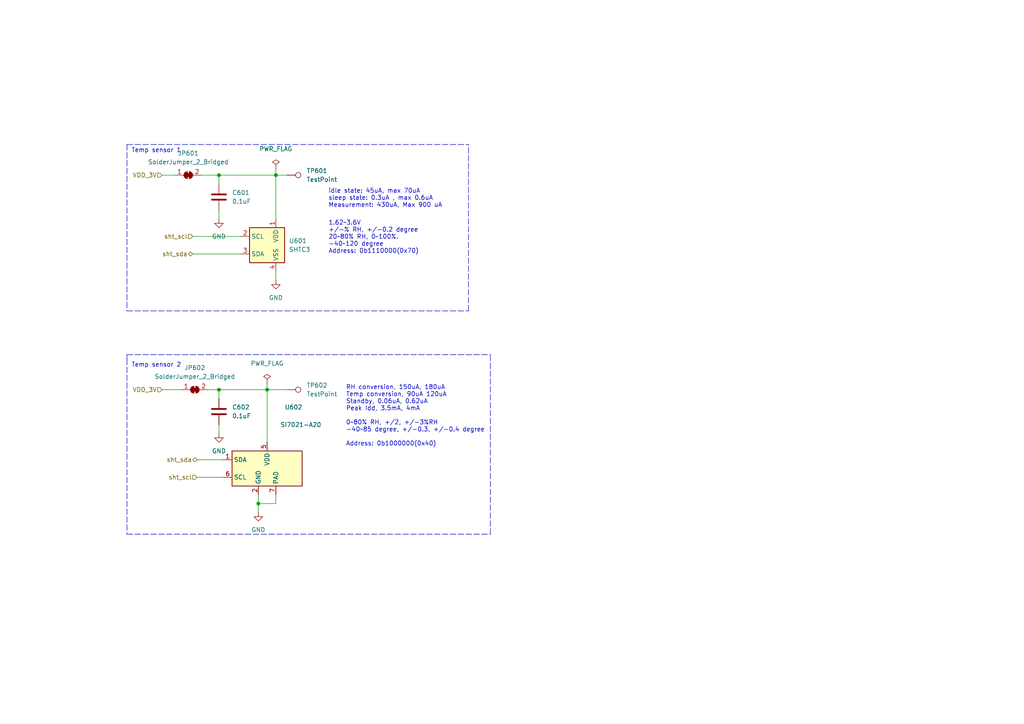
<source format=kicad_sch>
(kicad_sch (version 20211123) (generator eeschema)
  (paper "A4")
  (lib_symbols
    (symbol "Connector:TestPoint" (pin_numbers hide) (pin_names (offset 0.762) hide)
      (property "Reference" "TP" (at 0 6.858 0))
      (property "Value" "TestPoint" (at 0 5.08 0))
      (symbol "TestPoint_0_1"
        (circle (center 0 3.302) (radius 0.762))
      )
      (symbol "TestPoint_1_1"
        (pin passive line (at 0 0 90) (length 2.54) (name "1") (number "1"))
      )
    )
    (symbol "Device:C" (pin_numbers hide) (pin_names (offset 0.254))
      (property "Reference" "C" (at 0.635 2.54 0))
      (property "Value" "C" (at 0.635 -2.54 0))
      (symbol "C_0_1"
        (polyline (pts (xy -2.032 -0.762) (xy 2.032 -0.762)) (stroke (width 0.508)))
        (polyline (pts (xy -2.032 0.762) (xy 2.032 0.762)) (stroke (width 0.508)))
      )
      (symbol "C_1_1"
        (pin passive line (at 0 3.81 270) (length 2.794) (name "~") (number "1"))
        (pin passive line (at 0 -3.81 90) (length 2.794) (name "~") (number "2"))
      )
    )
    (symbol "Jumper:SolderJumper_2_Bridged" (pin_names (offset 0) hide)
      (property "Reference" "JP" (at 0 2.032 0))
      (property "Value" "SolderJumper_2_Bridged" (at 0 -2.54 0))
      (symbol "SolderJumper_2_Bridged_0_1"
        (rectangle (start -0.508 0.508) (end 0.508 -0.508) (fill (type outline)))
        (arc (start -0.254 1.016) (mid -1.27 0) (end -0.254 -1.016))
        (arc (start -0.254 1.016) (mid -1.27 0) (end -0.254 -1.016) (fill (type outline)))
        (polyline (pts (xy -0.254 1.016) (xy -0.254 -1.016)))
        (polyline (pts (xy 0.254 1.016) (xy 0.254 -1.016)))
        (arc (start 0.254 -1.016) (mid 1.27 0) (end 0.254 1.016))
        (arc (start 0.254 -1.016) (mid 1.27 0) (end 0.254 1.016) (fill (type outline)))
      )
      (symbol "SolderJumper_2_Bridged_1_1"
        (pin passive line (at -3.81 0 0) (length 2.54) (name "A") (number "1"))
        (pin passive line (at 3.81 0 180) (length 2.54) (name "B") (number "2"))
      )
    )
    (symbol "Sensor_Humidity:SHTC3"
      (property "Reference" "U" (at -3.81 6.35 0))
      (property "Value" "SHTC3" (at -2.54 -6.35 0))
      (symbol "SHTC3_1_1"
        (rectangle (start -5.08 5.08) (end 5.08 -5.08) (stroke (width 0.254)) (fill (type background)))
        (pin power_in line (at 2.54 7.62 270) (length 2.54) (name "VDD") (number "1"))
        (pin input line (at -7.62 2.54 0) (length 2.54) (name "SCL") (number "2"))
        (pin bidirectional line (at -7.62 -2.54 0) (length 2.54) (name "SDA") (number "3"))
        (pin power_in line (at 2.54 -7.62 90) (length 2.54) (name "VSS") (number "4"))
        (pin no_connect line (at 5.08 0 180) (length 2.54) hide (name "NC") (number "5"))
      )
    )
    (symbol "Sensor_Humidity:Si7021-A20"
      (property "Reference" "U" (at -5.08 7.62 0))
      (property "Value" "Si7021-A20" (at -10.16 10.16 0))
      (symbol "Si7021-A20_0_1"
        (rectangle (start -10.16 5.08) (end 10.16 -5.08) (stroke (width 0.254)) (fill (type background)))
      )
      (symbol "Si7021-A20_1_1"
        (pin bidirectional line (at -12.7 2.54 0) (length 2.54) (name "SDA") (number "1"))
        (pin power_in line (at -2.54 -7.62 90) (length 2.54) (name "GND") (number "2"))
        (pin no_connect line (at 10.16 2.54 180) (length 2.54) hide (name "NC") (number "3"))
        (pin no_connect line (at 10.16 -2.54 180) (length 2.54) hide (name "NC") (number "4"))
        (pin power_in line (at 0 7.62 270) (length 2.54) (name "VDD") (number "5"))
        (pin input line (at -12.7 -2.54 0) (length 2.54) (name "SCL") (number "6"))
        (pin passive line (at 2.54 -7.62 90) (length 2.54) (name "PAD") (number "7"))
      )
    )
    (symbol "power:GND" (power) (pin_names (offset 0))
      (property "Value" "GND" (at 0 -3.81 0))
      (symbol "GND_0_1"
        (polyline (pts (xy 0 0) (xy 0 -1.27) (xy 1.27 -1.27) (xy 0 -2.54) (xy -1.27 -1.27) (xy 0 -1.27)))
      )
      (symbol "GND_1_1"
        (pin power_in line (at 0 0 270) (length 0) hide (name "GND") (number "1"))
      )
    )
    (symbol "power:PWR_FLAG" (power) (pin_numbers hide) (pin_names (offset 0) hide)
      (property "Value" "PWR_FLAG" (at 0 3.81 0))
      (symbol "PWR_FLAG_0_0"
        (pin power_out line (at 0 0 90) (length 0) (name "pwr") (number "1"))
      )
      (symbol "PWR_FLAG_0_1"
        (polyline (pts (xy 0 0) (xy 0 1.27) (xy -1.016 1.905) (xy 0 2.54) (xy 1.016 1.905) (xy 0 1.27)))
      )
    )
  )
  (junction (at 74.93 146.05))
  (junction (at 63.5 50.8))
  (junction (at 63.5 113.03))
  (junction (at 77.47 113.03))
  (junction (at 80.01 50.8))
  (polyline (pts (xy 36.83 102.87) (xy 36.83 104.14)))
  (wire (pts (xy 74.93 143.51) (xy 74.93 146.05)))
  (polyline (pts (xy 36.83 102.87) (xy 142.24 102.87)))
  (wire (pts (xy 46.99 50.8) (xy 50.8 50.8)))
  (polyline (pts (xy 36.83 104.14) (xy 36.83 154.94)))
  (wire (pts (xy 57.15 133.35) (xy 64.77 133.35)))
  (wire (pts (xy 55.88 68.58) (xy 69.85 68.58)))
  (wire (pts (xy 80.01 48.895) (xy 80.01 50.8)))
  (wire (pts (xy 80.01 50.8) (xy 83.185 50.8)))
  (polyline (pts (xy 135.89 90.17) (xy 135.89 41.91)))
  (wire (pts (xy 80.01 143.51) (xy 80.01 146.05)))
  (wire (pts (xy 77.47 111.125) (xy 77.47 113.03)))
  (wire (pts (xy 63.5 50.8) (xy 80.01 50.8)))
  (wire (pts (xy 63.5 60.96) (xy 63.5 63.5)))
  (wire (pts (xy 80.01 146.05) (xy 74.93 146.05)))
  (wire (pts (xy 77.47 113.03) (xy 83.185 113.03)))
  (wire (pts (xy 77.47 113.03) (xy 77.47 128.27)))
  (wire (pts (xy 80.01 78.74) (xy 80.01 81.28)))
  (wire (pts (xy 63.5 50.8) (xy 63.5 53.34)))
  (wire (pts (xy 58.42 50.8) (xy 63.5 50.8)))
  (wire (pts (xy 80.01 50.8) (xy 80.01 63.5)))
  (wire (pts (xy 55.88 73.66) (xy 69.85 73.66)))
  (polyline (pts (xy 36.83 41.91) (xy 36.83 90.17)))
  (wire (pts (xy 63.5 113.03) (xy 63.5 115.57)))
  (wire (pts (xy 57.15 138.43) (xy 64.77 138.43)))
  (wire (pts (xy 63.5 123.19) (xy 63.5 125.73)))
  (wire (pts (xy 46.99 113.03) (xy 52.705 113.03)))
  (wire (pts (xy 60.325 113.03) (xy 63.5 113.03)))
  (polyline (pts (xy 142.24 154.94) (xy 142.24 102.87)))
  (polyline (pts (xy 36.83 154.94) (xy 142.24 154.94)))
  (polyline (pts (xy 36.83 41.91) (xy 135.89 41.91)))
  (polyline (pts (xy 36.83 90.17) (xy 135.89 90.17)))
  (wire (pts (xy 63.5 113.03) (xy 77.47 113.03)))
  (wire (pts (xy 74.93 146.05) (xy 74.93 148.59)))
  (text "Temp sensor 2" (at 38.1 106.68 0) (effects (font (size 1.27 1.27)) (justify left bottom)))
  (text "Temp sensor 1" (at 38.1 44.45 0) (effects (font (size 1.27 1.27)) (justify left bottom)))
  (text "idle state: 45uA, max 70uA\nsleep state: 0.3uA , max 0.6uA\nMeasurement: 430uA, Max 900 uA\n" (at 95.25 60.325 0) (effects (font (size 1.27 1.27)) (justify left bottom)))
  (text "RH conversion, 150uA, 180uA\nTemp conversion, 90uA 120uA\nStandby, 0.06uA, 0.62uA\nPeak Idd, 3.5mA, 4mA\n\n0~80% RH, +/2, +/-3%RH\n-40~85 degree, +/-0.3, +/-0.4 degree\n\nAddress: 0b1000000(0x40)" (at 100.33 129.54 0) (effects (font (size 1.27 1.27)) (justify left bottom)))
  (text "1.62~3.6V\n+/-% RH, +/-0.2 degree\n20~80% RH, 0~100%.\n-40~120 degree\nAddress: 0b1110000(0x70)" (at 95.25 73.66 0) (effects (font (size 1.27 1.27)) (justify left bottom)))
  (hierarchical_label "sht_sda" (shape bidirectional) (at 57.15 133.35 180))
  (hierarchical_label "sht_scl" (shape input) (at 57.15 138.43 180))
  (hierarchical_label "sht_sda" (shape bidirectional) (at 55.88 73.66 180))
  (hierarchical_label "VDD_3V" (shape input) (at 46.99 50.8 180))
  (hierarchical_label "VDD_3V" (shape input) (at 46.99 113.03 180))
  (hierarchical_label "sht_scl" (shape input) (at 55.88 68.58 180))
  (symbol (lib_id "Jumper:SolderJumper_2_Bridged") (at 56.515 113.03 0) (unit 1)
    (property "Reference" "JP602" (at 56.515 106.68 0))
    (property "Value" "SolderJumper_2_Bridged" (at 56.515 109.22 0))
  )
  (symbol (lib_id "Device:C") (at 63.5 119.38 0) (unit 1)
    (property "Reference" "C602" (at 67.31 118.1099 0) (effects (justify left)))
    (property "Value" "0.1uF" (at 67.31 120.6499 0) (effects (justify left)))
  )
  (symbol (lib_id "power:GND") (at 74.93 148.59 0) (unit 1)
    (property "Reference" "#PWR0603" (effects hide))
    (property "Value" "~" (at 74.93 153.67 0))
  )
  (symbol (lib_id "power:GND") (at 63.5 125.73 0) (unit 1)
    (property "Reference" "#PWR0602" (effects hide))
    (property "Value" "~" (at 63.5 130.81 0))
  )
  (symbol (lib_id "power:GND") (at 80.01 81.28 0) (unit 1)
    (property "Reference" "#PWR0604" (effects hide))
    (property "Value" "GND" (at 80.01 86.36 0))
  )
  (symbol (lib_id "power:PWR_FLAG") (at 80.01 48.895 0) (unit 1)
    (property "Reference" "#FLG0107" (effects hide))
    (property "Value" "PWR_FLAG" (at 80.01 43.18 0))
  )
  (symbol (lib_id "Connector:TestPoint") (at 83.185 113.03 270) (unit 1)
    (property "Reference" "TP602" (at 88.9 111.7599 90) (effects (justify left)))
    (property "Value" "TestPoint" (at 88.9 114.2999 90) (effects (justify left)))
  )
  (symbol (lib_id "Device:C") (at 63.5 57.15 0) (unit 1)
    (property "Reference" "C601" (at 67.31 55.8799 0) (effects (justify left)))
    (property "Value" "0.1uF" (at 67.31 58.4199 0) (effects (justify left)))
  )
  (symbol (lib_id "Connector:TestPoint") (at 83.185 50.8 270) (unit 1)
    (property "Reference" "TP601" (at 88.9 49.5299 90) (effects (justify left)))
    (property "Value" "TestPoint" (at 88.9 52.0699 90) (effects (justify left)))
  )
  (symbol (lib_id "power:PWR_FLAG") (at 77.47 111.125 0) (unit 1)
    (property "Reference" "#FLG0108" (effects hide))
    (property "Value" "PWR_FLAG" (at 77.47 105.41 0))
  )
  (symbol (lib_id "Sensor_Humidity:SHTC3") (at 77.47 71.12 0) (unit 1)
    (property "Reference" "U601" (at 83.82 69.8499 0) (effects (justify left)))
    (property "Value" "SHTC3" (at 83.82 72.3899 0) (effects (justify left)))
    (property "Footprint" "Sensor_Humidity:Sensirion_DFN-4-1EP_2x2mm_P1mm_EP0.7x1.6mm" (effects hide))
    (property "Datasheet" "https://www.sensirion.com/fileadmin/user_upload/customers/sensirion/Dokumente/0_Datasheets/Humidity/Sensirion_Humidity_Sensors_SHTC3_Datasheet.pdf" (effects hide))
  )
  (symbol (lib_id "Sensor_Humidity:Si7021-A20") (at 77.47 135.89 0) (unit 1)
    (property "Reference" "U602" (at 82.55 118.11 0) (effects (justify left)))
    (property "Value" "Si7021-A20" (at 81.28 123.19 0) (effects (justify left)))
    (property "Footprint" "Package_DFN_QFN:DFN-6-1EP_3x3mm_P1mm_EP1.5x2.4mm" (effects hide))
    (property "Datasheet" "https://www.silabs.com/documents/public/data-sheets/Si7021-A20.pdf" (effects hide))
  )
  (symbol (lib_id "power:GND") (at 63.5 63.5 0) (unit 1)
    (property "Reference" "#PWR0601" (effects hide))
    (property "Value" "~" (at 63.5 68.58 0))
  )
  (symbol (lib_id "Jumper:SolderJumper_2_Bridged") (at 54.61 50.8 0) (unit 1)
    (property "Reference" "JP601" (at 54.61 44.45 0))
    (property "Value" "SolderJumper_2_Bridged" (at 54.61 46.99 0))
  )
)
</source>
